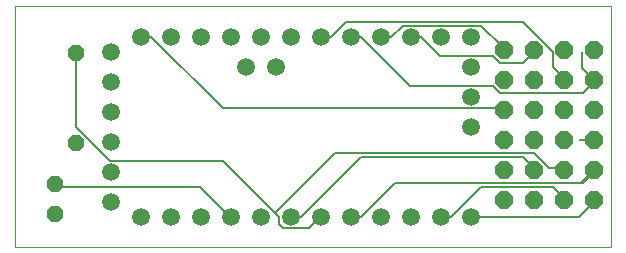
<source format=gbl>
G75*
%MOIN*%
%OFA0B0*%
%FSLAX25Y25*%
%IPPOS*%
%LPD*%
%AMOC8*
5,1,8,0,0,1.08239X$1,22.5*
%
%ADD10C,0.00000*%
%ADD11OC8,0.06000*%
%ADD12OC8,0.05200*%
%ADD13C,0.05937*%
%ADD14C,0.00500*%
D10*
X0024595Y0001256D02*
X0024595Y0081717D01*
X0223296Y0081717D01*
X0223296Y0001256D01*
X0024595Y0001256D01*
D11*
X0187595Y0016756D03*
X0197595Y0016756D03*
X0207595Y0016756D03*
X0217595Y0016756D03*
X0217595Y0026756D03*
X0207595Y0026756D03*
X0197595Y0026756D03*
X0187595Y0026756D03*
X0187595Y0036756D03*
X0197595Y0036756D03*
X0207595Y0036756D03*
X0217595Y0036756D03*
X0217595Y0046756D03*
X0207595Y0046756D03*
X0197595Y0046756D03*
X0187595Y0046756D03*
X0187595Y0056756D03*
X0197595Y0056756D03*
X0207595Y0056756D03*
X0217595Y0056756D03*
X0217595Y0066756D03*
X0207595Y0066756D03*
X0197595Y0066756D03*
X0187595Y0066756D03*
D12*
X0045095Y0065756D03*
X0045095Y0035756D03*
X0038095Y0022256D03*
X0038095Y0012256D03*
D13*
X0056595Y0016256D03*
X0066595Y0011256D03*
X0076595Y0011256D03*
X0086595Y0011256D03*
X0096595Y0011256D03*
X0106595Y0011256D03*
X0116595Y0011256D03*
X0126595Y0011256D03*
X0136595Y0011256D03*
X0146595Y0011256D03*
X0156595Y0011256D03*
X0166595Y0011256D03*
X0176595Y0011256D03*
X0176595Y0041256D03*
X0176595Y0051256D03*
X0176595Y0061256D03*
X0176595Y0071256D03*
X0166595Y0071256D03*
X0156595Y0071256D03*
X0146595Y0071256D03*
X0136595Y0071256D03*
X0126595Y0071256D03*
X0116595Y0071256D03*
X0106595Y0071256D03*
X0096595Y0071256D03*
X0086595Y0071256D03*
X0076595Y0071256D03*
X0066595Y0071256D03*
X0056595Y0066256D03*
X0056595Y0056256D03*
X0056595Y0046256D03*
X0056595Y0036256D03*
X0056595Y0026256D03*
X0101595Y0061256D03*
X0111595Y0061256D03*
D14*
X0126595Y0071256D02*
X0130095Y0071256D01*
X0135095Y0076256D01*
X0193845Y0076256D01*
X0203845Y0066256D01*
X0203845Y0061256D01*
X0207595Y0057506D01*
X0207595Y0056756D01*
X0213595Y0060756D02*
X0217595Y0056756D01*
X0217595Y0056256D01*
X0213845Y0052506D01*
X0186345Y0052506D01*
X0183845Y0055006D01*
X0156345Y0055006D01*
X0140095Y0071256D01*
X0136595Y0071256D01*
X0146595Y0071256D02*
X0150095Y0071256D01*
X0153845Y0075006D01*
X0180095Y0075006D01*
X0187595Y0067506D01*
X0187595Y0066756D01*
X0183845Y0065006D02*
X0186345Y0062506D01*
X0193845Y0062506D01*
X0197595Y0066256D01*
X0197595Y0066756D01*
X0183845Y0065006D02*
X0166345Y0065006D01*
X0160095Y0071256D01*
X0156595Y0071256D01*
X0187595Y0047506D02*
X0187595Y0046756D01*
X0187595Y0047506D02*
X0093845Y0047506D01*
X0070095Y0071256D01*
X0066595Y0071256D01*
X0045095Y0065756D02*
X0045095Y0041256D01*
X0056345Y0030006D01*
X0093845Y0030006D01*
X0111345Y0012506D01*
X0131345Y0032506D01*
X0197595Y0032506D01*
X0202595Y0027506D01*
X0207595Y0027506D01*
X0207595Y0026756D01*
X0213595Y0022756D02*
X0217595Y0026756D01*
X0217595Y0026256D01*
X0213845Y0022506D01*
X0151345Y0022506D01*
X0140095Y0011256D01*
X0136595Y0011256D01*
X0126595Y0011256D02*
X0126345Y0011256D01*
X0122595Y0007506D01*
X0113845Y0007506D01*
X0112595Y0008756D01*
X0112595Y0011256D01*
X0111345Y0012506D01*
X0116595Y0011256D02*
X0120095Y0011256D01*
X0140095Y0031256D01*
X0193845Y0031256D01*
X0197595Y0027506D01*
X0197595Y0026756D01*
X0203845Y0021256D02*
X0207595Y0017506D01*
X0207595Y0016756D01*
X0203845Y0021256D02*
X0180095Y0021256D01*
X0170095Y0011256D01*
X0166595Y0011256D01*
X0176595Y0011256D02*
X0212595Y0011256D01*
X0217595Y0016256D01*
X0217595Y0016756D01*
X0217595Y0036756D02*
X0213095Y0036756D01*
X0213595Y0060756D02*
X0213595Y0066256D01*
X0096595Y0011256D02*
X0096345Y0011256D01*
X0086345Y0021256D01*
X0038845Y0021256D01*
X0038095Y0022256D01*
M02*

</source>
